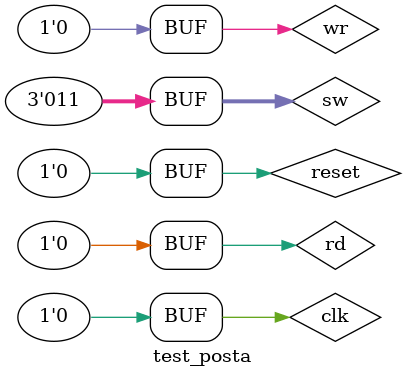
<source format=v>
`timescale 1ns / 1ps


module test_posta;
localparam T=20;
	// Inputs
	reg clk;
	reg reset;
	reg rd;
	reg wr;
	reg [2:0] sw;

	// Outputs
	wire [2:0] salida;
	wire full;
	wire empty;
	wire error;
	wire [1:0] fruta;
	wire [1:0]w_ptr_reg;
	wire [1:0]r_ptr_reg;
	wire push;
	wire pop;

	// Instantiate the Unit Under Test (UUT)
	test_fifo uut (
		.clk(clk), 
		.reset(reset), 
		.wr(wr), 
		.rd(rd), 
		.sw(sw), 
		.led({full, empty, error, fruta, salida}),
		.r_ptr_reg(r_ptr_reg),
		.w_ptr_reg(w_ptr_reg),
		.pop(pop),
		.push(push)
	);
		// clock
		// 20 ns clock running forever
		always 
		begin
			clk = 1'b1;
			#(T/2);
			clk = 1'b0;
			#(T/2);
		end
		// reset for the first half cycle
		initial begin
		reset = 1'b0;
			#(T/2);
		reset = 1'b1;
			#(T/2);
		reset = 1'b0;

		// Initialize Inputs
		wr	= 1'b0;
		rd	= 1'b0;
		sw		= 2'b00;
		#900;
		
		//PUSH
		wr	= 1'b1;
		rd	= 1'b0;
		sw		= 2'b00;
		#900;

		wr	= 1'b0;
		rd	= 1'b0;
		sw		= 2'b00;
		#900;

		//PUSH
		wr	= 1'b1;
		rd	= 1'b0;
		sw		= 2'b01;
		#900;

		wr	= 1'b0;
		rd	= 1'b0;
		sw		= 2'b00;
		#900;
		
		//PUSH
		wr	= 1'b1;
		rd	= 1'b0;
		sw		= 2'b10;
		#900;

		wr	= 1'b0;
		rd	= 1'b0;
		sw		= 2'b00;
		#900;
		
		//PUSH
		wr	= 1'b1;
		rd	= 1'b0;
		sw		= 2'b11;
		#900;

		wr	= 1'b0;
		rd	= 1'b0;
		sw		= 2'b00;
		#900;
		
		//POP
		wr	= 1'b0;
		rd = 1'b1;
		sw		= 2'b01;
		#900;

		wr	= 1'b0;
		rd	= 1'b0;
		sw		= 2'b01;
		#900;
		
		//PUSH
		wr	= 1'b1;
		rd	= 1'b0;
		sw		= 2'b10;
		#900;

		wr	= 1'b0;
		rd	= 1'b0;
		sw		= 2'b01;
		#900;
		
		//POP
		wr	= 1'b0;
		rd	= 1'b1;
		sw		= 2'b11;
		#900;
	
		wr	= 1'b0;
		rd	= 1'b0;
		sw		= 2'b11;
		#900;

	end
      
endmodule


</source>
